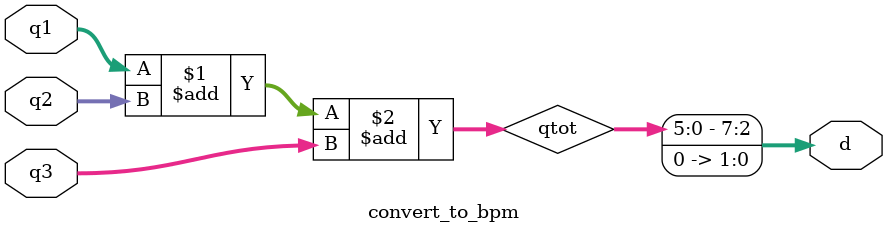
<source format=sv>
`timescale 1ns / 1ps


module convert_to_bpm(input logic [7:0] q1, q2, q3,
                    output logic [7:0] d);
                   
    logic [7:0] qtot;
             
    assign qtot = (q1 + q2) + q3;
                    
    assign d = qtot << 2;
                    
endmodule

</source>
